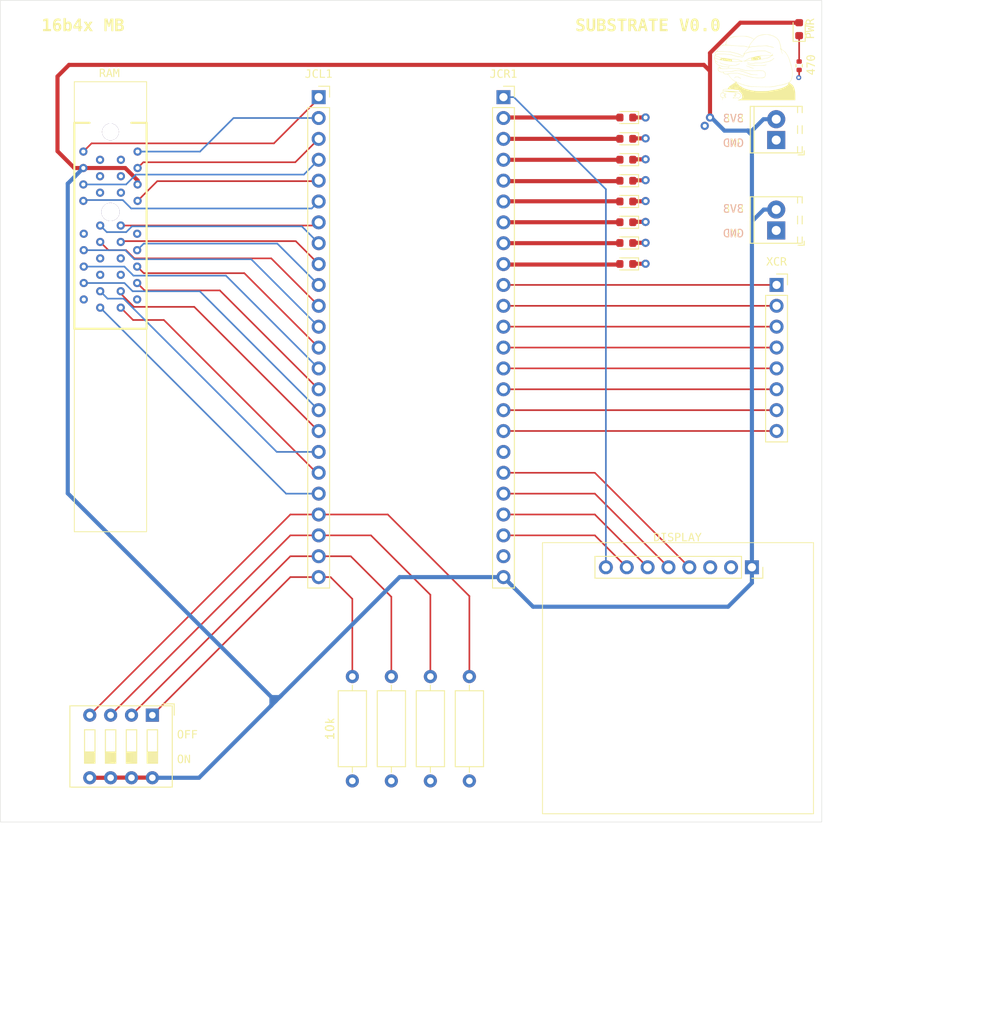
<source format=kicad_pcb>
(kicad_pcb (version 20240108) (generator "pcbnew") (generator_version "8.0")
  (layers (0 "F.Cu" signal) (1 "In1.Cu" signal) (2 "In2.Cu" signal) (31 "B.Cu" signal) (34 "B.Paste" user) (35 "F.Paste" user) (36 "B.SilkS" user "B.Silkscreen") (37 "F.SilkS" user "F.Silkscreen") (38 "B.Mask" user) (39 "F.Mask" user) (44 "Edge.Cuts" user))
  (net 0 "")
  (net 1 "/L0")
  (net 2 "GND")
  (net 3 "/L1")
  (net 4 "/L2")
  (net 5 "/L3")
  (net 6 "/L4")
  (net 7 "/L5")
  (net 8 "/L6")
  (net 9 "/L7")
  (net 10 "Net-(DP1-K)")
  (net 11 "VCC")
  (net 12 "/SCREEN_DIN")
  (net 13 "/SCREEN_RES")
  (net 15 "/SCREEN_CLK")
  (net 16 "/SCREEN_CS")
  (net 17 "/SCREEN_DC")
  (net 18 "/XCR_0")
  (net 19 "/XCR_7")
  (net 20 "/XCR_1")
  (net 21 "/XCR_5")
  (net 22 "/XCR_6")
  (net 23 "/XCR_3")
  (net 24 "/XCR_2")
  (net 25 "/XCR_4")
  (net 26 "/W15")
  (net 27 "/nCS")
  (net 28 "/W6")
  (net 29 "/W8")
  (net 30 "/W10")
  (net 31 "/W0")
  (net 32 "/W3")
  (net 33 "/W13")
  (net 34 "/W9")
  (net 35 "/ADR_LOAD")
  (net 36 "/W14")
  (net 37 "/nWE")
  (net 38 "/W2")
  (net 39 "/W11")
  (net 40 "/W12")
  (net 41 "/W1")
  (net 42 "/nOE")
  (net 43 "/W7")
  (net 44 "/W5")
  (net 45 "/W4")
  (net 46 "/S2")
  (net 47 "/S0")
  (net 48 "/S3")
  (net 49 "/S1")
  (net 50 "/5V0")
  (footprint "Resistor_THT:R_Axial_DIN0309_L9.0mm_D3.2mm_P12.70mm_Horizontal" (layer "F.Cu") (at 69.1 107 90)
    (property "Reference" "R5" (hide yes))
    (property "Value" "10k" (hide yes))
    (pad "1" thru_hole circle (at 0 0 90) (size 1.6 1.6) (drill 0.8) (layers "*.Cu" "*.Mask") (net 2 "GND"))
    (pad "2" thru_hole oval (at 12.7 0 90) (size 1.6 1.6) (drill 0.8) (layers "*.Cu" "*.Mask") (net 47 "/S0"))
  )
  (footprint "LED_SMD:LED_0603_1608Metric" (layer "F.Cu") (at 88.2125 36.475 180)
    (property "Reference" "D4" (hide yes))
    (property "Value" "WHITE" (hide yes))
    (pad "1" smd roundrect (at -0.7875 0 180) (size 0.875 0.95) (layers "F.Cu" "F.Paste" "F.Mask") (net 2 "GND"))
    (pad "2" smd roundrect (at 0.7875 0 180) (size 0.875 0.95) (layers "F.Cu" "F.Paste" "F.Mask") (net 6 "/L4"))
  )
  (footprint "Connector_PinSocket_2.54mm:PinSocket_1x08_P2.54mm_Vertical" (layer "F.Cu") (at 103.5 81 -90)
    (property "Reference" "J3" (hide yes))
    (property "Value" "Conn_01x08")
    (pad "1" thru_hole rect (at 0 0 270) (size 1.7 1.7) (drill 1) (layers "*.Cu" "*.Mask") (net 11 "VCC"))
    (pad "2" thru_hole oval (at 0 2.54 270) (size 1.7 1.7) (drill 1) (layers "*.Cu" "*.Mask") (net 2 "GND"))
    (pad "3" thru_hole oval (at 0 5.08 270) (size 1.7 1.7) (drill 1) (layers "*.Cu" "*.Mask"))
    (pad "4" thru_hole oval (at 0 7.62 270) (size 1.7 1.7) (drill 1) (layers "*.Cu" "*.Mask") (net 12 "/SCREEN_DIN"))
    (pad "5" thru_hole oval (at 0 10.16 270) (size 1.7 1.7) (drill 1) (layers "*.Cu" "*.Mask") (net 15 "/SCREEN_CLK"))
    (pad "6" thru_hole oval (at 0 12.7 270) (size 1.7 1.7) (drill 1) (layers "*.Cu" "*.Mask") (net 16 "/SCREEN_CS"))
    (pad "7" thru_hole oval (at 0 15.24 270) (size 1.7 1.7) (drill 1) (layers "*.Cu" "*.Mask") (net 17 "/SCREEN_DC"))
    (pad "8" thru_hole oval (at 0 17.78 270) (size 1.7 1.7) (drill 1) (layers "*.Cu" "*.Mask") (net 13 "/SCREEN_RES"))
  )
  (footprint "LED_SMD:LED_0603_1608Metric" (layer "F.Cu") (at 88.2125 26.255 180)
    (property "Reference" "D0" (hide yes))
    (property "Value" "WHITE" (hide yes))
    (pad "1" smd roundrect (at -0.7875 0 180) (size 0.875 0.95) (layers "F.Cu" "F.Paste" "F.Mask") (net 2 "GND"))
    (pad "2" smd roundrect (at 0.7875 0 180) (size 0.875 0.95) (layers "F.Cu" "F.Paste" "F.Mask") (net 1 "/L0"))
  )
  (footprint "LED_SMD:LED_0603_1608Metric" (layer "F.Cu") (at 88.2125 31.385 180)
    (property "Reference" "D2" (hide yes))
    (property "Value" "WHITE" (hide yes))
    (pad "1" smd roundrect (at -0.7875 0 180) (size 0.875 0.95) (layers "F.Cu" "F.Paste" "F.Mask") (net 2 "GND"))
    (pad "2" smd roundrect (at 0.7875 0 180) (size 0.875 0.95) (layers "F.Cu" "F.Paste" "F.Mask") (net 4 "/L2"))
  )
  (footprint "TerminalBlock_Phoenix:TerminalBlock_Phoenix_MPT-0,5-2-2.54_1x02_P2.54mm_Horizontal" (layer "F.Cu") (at 106.46 29 90)
    (property "Reference" "J1" (hide yes))
    (property "Value" "Screw_Terminal_01x02" (hide yes))
    (pad "" np_thru_hole circle (at 0 2.54 90) (size 1.1 1.1) (drill 1.1) (layers "*.Cu" "*.Mask"))
    (pad "" np_thru_hole circle (at 2.54 2.54 90) (size 1.1 1.1) (drill 1.1) (layers "*.Cu" "*.Mask"))
    (pad "1" thru_hole rect (at 0 0 90) (size 2.2 2.2) (drill 1.1) (layers "*.Cu" "*.Mask") (net 2 "GND"))
    (pad "2" thru_hole circle (at 2.54 0 90) (size 2.2 2.2) (drill 1.1) (layers "*.Cu" "*.Mask") (net 11 "VCC"))
  )
  (footprint "LED_SMD:LED_0603_1608Metric" (layer "F.Cu") (at 88.2125 39 180)
    (property "Reference" "D5" (hide yes))
    (property "Value" "WHITE" (hide yes))
    (pad "1" smd roundrect (at -0.7875 0 180) (size 0.875 0.95) (layers "F.Cu" "F.Paste" "F.Mask") (net 2 "GND"))
    (pad "2" smd roundrect (at 0.7875 0 180) (size 0.875 0.95) (layers "F.Cu" "F.Paste" "F.Mask") (net 7 "/L5"))
  )
  (footprint "Resistor_THT:R_Axial_DIN0309_L9.0mm_D3.2mm_P12.70mm_Horizontal" (layer "F.Cu") (at 64.35 107 90)
    (property "Reference" "R4" (hide yes))
    (property "Value" "10k" (hide yes))
    (pad "1" thru_hole circle (at 0 0 90) (size 1.6 1.6) (drill 0.8) (layers "*.Cu" "*.Mask") (net 2 "GND"))
    (pad "2" thru_hole oval (at 12.7 0 90) (size 1.6 1.6) (drill 0.8) (layers "*.Cu" "*.Mask") (net 49 "/S1"))
  )
  (footprint "LED_SMD:LED_0603_1608Metric" (layer "F.Cu") (at 88.2125 44.075 180)
    (property "Reference" "D7" (hide yes))
    (property "Value" "WHITE" (hide yes))
    (pad "1" smd roundrect (at -0.7875 0 180) (size 0.875 0.95) (layers "F.Cu" "F.Paste" "F.Mask") (net 2 "GND"))
    (pad "2" smd roundrect (at 0.7875 0 180) (size 0.875 0.95) (layers "F.Cu" "F.Paste" "F.Mask") (net 9 "/L7"))
  )
  (footprint "Resistor_SMD:R_0402_1005Metric" (layer "F.Cu") (at 109.25 19.95 90)
    (property "Reference" "470" (at 0.1 1.5 270) (layer "F.SilkS"))
    (property "Value" "470")
    (pad "1" smd roundrect (at -0.51 0 90) (size 0.54 0.64) (layers "F.Cu" "F.Paste" "F.Mask") (net 2 "GND"))
    (pad "2" smd roundrect (at 0.51 0 90) (size 0.54 0.64) (layers "F.Cu" "F.Paste" "F.Mask") (net 10 "Net-(DP1-K)"))
  )
  (footprint "LED_SMD:LED_0603_1608Metric" (layer "F.Cu") (at 109.25 15.5 90)
    (property "Reference" "PWR" (at 0.05 1.4 270) (layer "F.SilkS"))
    (property "Value" "GREEN")
    (pad "1" smd roundrect (at -0.7875 0 90) (size 0.875 0.95) (layers "F.Cu" "F.Paste" "F.Mask") (net 10 "Net-(DP1-K)"))
    (pad "2" smd roundrect (at 0.7875 0 90) (size 0.875 0.95) (layers "F.Cu" "F.Paste" "F.Mask") (net 11 "VCC"))
  )
  (footprint "Connector_PinSocket_2.54mm:PinSocket_1x24_P2.54mm_Vertical" (layer "F.Cu") (at 73.25 23.775)
    (property "Reference" "JCR1" (at 0 -2.77 0) (layer "F.SilkS"))
    (property "Value" "Conn_01x24")
    (pad "1" thru_hole rect (at 0 0) (size 1.7 1.7) (drill 1) (layers "*.Cu" "*.Mask") (net 13 "/SCREEN_RES"))
    (pad "2" thru_hole oval (at 0 2.54) (size 1.7 1.7) (drill 1) (layers "*.Cu" "*.Mask") (net 1 "/L0"))
    (pad "3" thru_hole oval (at 0 5.08) (size 1.7 1.7) (drill 1) (layers "*.Cu" "*.Mask") (net 3 "/L1"))
    (pad "4" thru_hole oval (at 0 7.62) (size 1.7 1.7) (drill 1) (layers "*.Cu" "*.Mask") (net 4 "/L2"))
    (pad "5" thru_hole oval (at 0 10.16) (size 1.7 1.7) (drill 1) (layers "*.Cu" "*.Mask") (net 5 "/L3"))
    (pad "6" thru_hole oval (at 0 12.7) (size 1.7 1.7) (drill 1) (layers "*.Cu" "*.Mask") (net 6 "/L4"))
    (pad "7" thru_hole oval (at 0 15.24) (size 1.7 1.7) (drill 1) (layers "*.Cu" "*.Mask") (net 7 "/L5"))
    (pad "8" thru_hole oval (at 0 17.78) (size 1.7 1.7) (drill 1) (layers "*.Cu" "*.Mask") (net 8 "/L6"))
    (pad "9" thru_hole oval (at 0 20.32) (size 1.7 1.7) (drill 1) (layers "*.Cu" "*.Mask") (net 9 "/L7"))
    (pad "10" thru_hole oval (at 0 22.86) (size 1.7 1.7) (drill 1) (layers "*.Cu" "*.Mask") (net 18 "/XCR_0"))
    (pad "11" thru_hole oval (at 0 25.4) (size 1.7 1.7) (drill 1) (layers "*.Cu" "*.Mask") (net 20 "/XCR_1"))
    (pad "12" thru_hole oval (at 0 27.94) (size 1.7 1.7) (drill 1) (layers "*.Cu" "*.Mask") (net 24 "/XCR_2"))
    (pad "13" thru_hole oval (at 0 30.48) (size 1.7 1.7) (drill 1) (layers "*.Cu" "*.Mask") (net 23 "/XCR_3"))
    (pad "14" thru_hole oval (at 0 33.02) (size 1.7 1.7) (drill 1) (layers "*.Cu" "*.Mask") (net 25 "/XCR_4"))
    (pad "15" thru_hole oval (at 0 35.56) (size 1.7 1.7) (drill 1) (layers "*.Cu" "*.Mask") (net 21 "/XCR_5"))
    (pad "16" thru_hole oval (at 0 38.1) (size 1.7 1.7) (drill 1) (layers "*.Cu" "*.Mask") (net 22 "/XCR_6"))
    (pad "17" thru_hole oval (at 0 40.64) (size 1.7 1.7) (drill 1) (layers "*.Cu" "*.Mask") (net 19 "/XCR_7"))
    (pad "18" thru_hole oval (at 0 43.18) (size 1.7 1.7) (drill 1) (layers "*.Cu" "*.Mask") (net 50 "/5V0"))
    (pad "19" thru_hole oval (at 0 45.72) (size 1.7 1.7) (drill 1) (layers "*.Cu" "*.Mask") (net 12 "/SCREEN_DIN"))
    (pad "20" thru_hole oval (at 0 48.26) (size 1.7 1.7) (drill 1) (layers "*.Cu" "*.Mask") (net 15 "/SCREEN_CLK"))
    (pad "21" thru_hole oval (at 0 50.8) (size 1.7 1.7) (drill 1) (layers "*.Cu" "*.Mask") (net 16 "/SCREEN_CS"))
    (pad "22" thru_hole oval (at 0 53.34) (size 1.7 1.7) (drill 1) (layers "*.Cu" "*.Mask") (net 17 "/SCREEN_DC"))
    (pad "23" thru_hole oval (at 0 55.88) (size 1.7 1.7) (drill 1) (layers "*.Cu" "*.Mask") (net 2 "GND"))
    (pad "24" thru_hole oval (at 0 58.42) (size 1.7 1.7) (drill 1) (layers "*.Cu" "*.Mask") (net 11 "VCC"))
  )
  (footprint "Connector_PinSocket_2.54mm:PinSocket_1x24_P2.54mm_Vertical" (layer "F.Cu") (at 50.75 23.775)
    (property "Reference" "JCL1" (at 0 -2.77 0) (layer "F.SilkS"))
    (property "Value" "Conn_01x24")
    (pad "1" thru_hole rect (at 0 0) (size 1.7 1.7) (drill 1) (layers "*.Cu" "*.Mask") (net 35 "/ADR_LOAD"))
    (pad "2" thru_hole oval (at 0 2.54) (size 1.7 1.7) (drill 1) (layers "*.Cu" "*.Mask") (net 37 "/nWE"))
    (pad "3" thru_hole oval (at 0 5.08) (size 1.7 1.7) (drill 1) (layers "*.Cu" "*.Mask") (net 27 "/nCS"))
    (pad "4" thru_hole oval (at 0 7.62) (size 1.7 1.7) (drill 1) (layers "*.Cu" "*.Mask") (net 42 "/nOE"))
    (pad "5" thru_hole oval (at 0 10.16) (size 1.7 1.7) (drill 1) (layers "*.Cu" "*.Mask") (net 26 "/W15"))
    (pad "6" thru_hole oval (at 0 12.7) (size 1.7 1.7) (drill 1) (layers "*.Cu" "*.Mask") (net 31 "/W0"))
    (pad "7" thru_hole oval (at 0 15.24) (size 1.7 1.7) (drill 1) (layers "*.Cu" "*.Mask") (net 36 "/W14"))
    (pad "8" thru_hole oval (at 0 17.78) (size 1.7 1.7) (drill 1) (layers "*.Cu" "*.Mask") (net 41 "/W1"))
    (pad "9" thru_hole oval (at 0 20.32) (size 1.7 1.7) (drill 1) (layers "*.Cu" "*.Mask") (net 33 "/W13"))
    (pad "10" thru_hole oval (at 0 22.86) (size 1.7 1.7) (drill 1) (layers "*.Cu" "*.Mask") (net 40 "/W12"))
    (pad "11" thru_hole oval (at 0 25.4) (size 1.7 1.7) (drill 1) (layers "*.Cu" "*.Mask") (net 38 "/W2"))
    (pad "12" thru_hole oval (at 0 27.94) (size 1.7 1.7) (drill 1) (layers "*.Cu" "*.Mask") (net 32 "/W3"))
    (pad "13" thru_hole oval (at 0 30.48) (size 1.7 1.7) (drill 1) (layers "*.Cu" "*.Mask") (net 39 "/W11"))
    (pad "14" thru_hole oval (at 0 33.02) (size 1.7 1.7) (drill 1) (layers "*.Cu" "*.Mask") (net 45 "/W4"))
    (pad "15" thru_hole oval (at 0 35.56) (size 1.7 1.7) (drill 1) (layers "*.Cu" "*.Mask") (net 30 "/W10"))
    (pad "16" thru_hole oval (at 0 38.1) (size 1.7 1.7) (drill 1) (layers "*.Cu" "*.Mask") (net 44 "/W5"))
    (pad "17" thru_hole oval (at 0 40.64) (size 1.7 1.7) (drill 1) (layers "*.Cu" "*.Mask") (net 34 "/W9"))
    (pad "18" thru_hole oval (at 0 43.18) (size 1.7 1.7) (drill 1) (layers "*.Cu" "*.Mask") (net 28 "/W6"))
    (pad "19" thru_hole oval (at 0 45.72) (size 1.7 1.7) (drill 1) (layers "*.Cu" "*.Mask") (net 29 "/W8"))
    (pad "20" thru_hole oval (at 0 48.26) (size 1.7 1.7) (drill 1) (layers "*.Cu" "*.Mask") (net 43 "/W7"))
    (pad "21" thru_hole oval (at 0 50.8) (size 1.7 1.7) (drill 1) (layers "*.Cu" "*.Mask") (net 47 "/S0"))
    (pad "22" thru_hole oval (at 0 53.34) (size 1.7 1.7) (drill 1) (layers "*.Cu" "*.Mask") (net 49 "/S1"))
    (pad "23" thru_hole oval (at 0 55.88) (size 1.7 1.7) (drill 1) (layers "*.Cu" "*.Mask") (net 46 "/S2"))
    (pad "24" thru_hole oval (at 0 58.42) (size 1.7 1.7) (drill 1) (layers "*.Cu" "*.Mask") (net 48 "/S3"))
  )
  (footprint "TerminalBlock_Phoenix:TerminalBlock_Phoenix_MPT-0,5-2-2.54_1x02_P2.54mm_Horizontal" (layer "F.Cu") (at 106.46 40 90)
    (property "Reference" "J2" (hide yes))
    (property "Value" "Screw_Terminal_01x02" (hide yes))
    (pad "" np_thru_hole circle (at 0 2.54 90) (size 1.1 1.1) (drill 1.1) (layers "*.Cu" "*.Mask"))
    (pad "" np_thru_hole circle (at 2.54 2.54 90) (size 1.1 1.1) (drill 1.1) (layers "*.Cu" "*.Mask"))
    (pad "1" thru_hole rect (at 0 0 90) (size 2.2 2.2) (drill 1.1) (layers "*.Cu" "*.Mask") (net 2 "GND"))
    (pad "2" thru_hole circle (at 2.54 0 90) (size 2.2 2.2) (drill 1.1) (layers "*.Cu" "*.Mask") (net 11 "VCC"))
  )
  (footprint "LED_SMD:LED_0603_1608Metric" (layer "F.Cu") (at 88.2125 28.845 180)
    (property "Reference" "D1" (hide yes))
    (property "Value" "WHITE" (hide yes))
    (pad "1" smd roundrect (at -0.7875 0 180) (size 0.875 0.95) (layers "F.Cu" "F.Paste" "F.Mask") (net 2 "GND"))
    (pad "2" smd roundrect (at 0.7875 0 180) (size 0.875 0.95) (layers "F.Cu" "F.Paste" "F.Mask") (net 3 "/L1"))
  )
  (footprint "LED_SMD:LED_0603_1608Metric" (layer "F.Cu") (at 88.2125 41.525 180)
    (property "Reference" "D6" (hide yes))
    (property "Value" "WHITE" (hide yes))
    (pad "1" smd roundrect (at -0.7875 0 180) (size 0.875 0.95) (layers "F.Cu" "F.Paste" "F.Mask") (net 2 "GND"))
    (pad "2" smd roundrect (at 0.7875 0 180) (size 0.875 0.95) (layers "F.Cu" "F.Paste" "F.Mask") (net 8 "/L6"))
  )
  (footprint "Connector_PinSocket_2.54mm:PinSocket_1x08_P2.54mm_Vertical" (layer "F.Cu") (at 106.5 46.63)
    (property "Reference" "XCR" (at 0 -2.77 0) (layer "F.SilkS"))
    (property "Value" "Conn_01x08")
    (pad "1" thru_hole rect (at 0 0) (size 1.7 1.7) (drill 1) (layers "*.Cu" "*.Mask") (net 18 "/XCR_0"))
    (pad "2" thru_hole oval (at 0 2.54) (size 1.7 1.7) (drill 1) (layers "*.Cu" "*.Mask") (net 20 "/XCR_1"))
    (pad "3" thru_hole oval (at 0 5.08) (size 1.7 1.7) (drill 1) (layers "*.Cu" "*.Mask") (net 24 "/XCR_2"))
    (pad "4" thru_hole oval (at 0 7.62) (size 1.7 1.7) (drill 1) (layers "*.Cu" "*.Mask") (net 23 "/XCR_3"))
    (pad "5" thru_hole oval (at 0 10.16) (size 1.7 1.7) (drill 1) (layers "*.Cu" "*.Mask") (net 25 "/XCR_4"))
    (pad "6" thru_hole oval (at 0 12.7) (size 1.7 1.7) (drill 1) (layers "*.Cu" "*.Mask") (net 21 "/XCR_5"))
    (pad "7" thru_hole oval (at 0 15.24) (size 1.7 1.7) (drill 1) (layers "*.Cu" "*.Mask") (net 22 "/XCR_6"))
    (pad "8" thru_hole oval (at 0 17.78) (size 1.7 1.7) (drill 1) (layers "*.Cu" "*.Mask") (net 19 "/XCR_7"))
  )
  (footprint "lib:CONN-TH_X3183WV-36B1-46V15" (layer "F.Cu") (at 25.4 39.9 90)
    (property "Reference" "J6" (hide yes))
    (property "Value" "RAM" (hide yes))
    (pad "" thru_hole circle (at 2.15 0 90) (size 2.2 2.2) (drill 2.2) (layers "*.Cu" "*.Mask"))
    (pad "" thru_hole circle (at 11.9 0 90) (size 2.03 2.03) (drill 2.03) (layers "*.Cu" "*.Mask"))
    (pad "A1" thru_hole circle (at -9.5 -1.25 90) (size 1 1) (drill 0.500024) (layers "*.Cu" "*.Mask") (net 43 "/W7"))
    (pad "A2" thru_hole circle (at -8.5 -3.25 90) (size 1 1) (drill 0.500024) (layers "*.Cu" "*.Mask") (net 2 "GND"))
    (pad "A3" thru_hole circle (at -7.5 -1.25 90) (size 1 1) (drill 0.500024) (layers "*.Cu" "*.Mask") (net 28 "/W6"))
    (pad "A4" thru_hole circle (at -6.5 -3.25 90) (size 1 1) (drill 0.500024) (layers "*.Cu" "*.Mask") (net 44 "/W5"))
    (pad "A5" thru_hole circle (at -5.5 -1.25 90) (size 1 1) (drill 0.500024) (layers "*.Cu" "*.Mask") (net 2 "GND"))
    (pad "A6" thru_hole circle (at -4.5 -3.25 90) (size 1 1) (drill 0.500024) (layers "*.Cu" "*.Mask") (net 45 "/W4"))
    (pad "A7" thru_hole circle (at -3.5 -1.25 90) (size 1 1) (drill 0.500024) (layers "*.Cu" "*.Mask") (net 2 "GND"))
    (pad "A8" thru_hole circle (at -2.5 -3.25 90) (size 1 1) (drill 0.500024) (layers "*.Cu" "*.Mask") (net 32 "/W3"))
    (pad "A9" thru_hole circle (at -1.5 -1.25 90) (size 1 1) (drill 0.500024) (layers "*.Cu" "*.Mask") (net 38 "/W2"))
    (pad "A10" thru_hole circle (at -0.5 -3.25 90) (size 1 1) (drill 0.500024) (layers "*.Cu" "*.Mask") (net 2 "GND"))
    (pad "A11" thru_hole circle (at 0.5 -1.25 90) (size 1 1) (drill 0.500024) (layers "*.Cu" "*.Mask") (net 41 "/W1"))
    (pad "A12" thru_hole circle (at 3.5 -3.3 90) (size 1 1) (drill 0.500024) (layers "*.Cu" "*.Mask") (net 31 "/W0"))
    (pad "A13" thru_hole circle (at 4.5 -1.27 90) (size 1 1) (drill 0.500024) (layers "*.Cu" "*.Mask") (net 2 "GND"))
    (pad "A14" thru_hole circle (at 5.5 -3.3 90) (size 1 1) (drill 0.500024) (layers "*.Cu" "*.Mask") (net 42 "/nOE"))
    (pad "A15" thru_hole circle (at 6.5 -1.27 90) (size 1 1) (drill 0.500024) (layers "*.Cu" "*.Mask") (net 2 "GND"))
    (pad "A16" thru_hole circle (at 7.5 -3.3 90) (size 1 1) (drill 0.500024) (layers "*.Cu" "*.Mask") (net 11 "VCC"))
    (pad "A17" thru_hole circle (at 8.5 -1.27 90) (size 1 1) (drill 0.500024) (layers "*.Cu" "*.Mask") (net 2 "GND"))
    (pad "A18" thru_hole circle (at 9.5 -3.3 90) (size 1 1) (drill 0.500024) (layers "*.Cu" "*.Mask") (net 35 "/ADR_LOAD"))
    (pad "B1" thru_hole circle (at -9.5 1.25 90) (size 1 1) (drill 0.500024) (layers "*.Cu" "*.Mask") (net 29 "/W8"))
    (pad "B2" thru_hole circle (at -8.5 3.25 90) (size 1 1) (drill 0.500024) (layers "*.Cu" "*.Mask") (net 2 "GND"))
    (pad "B3" thru_hole circle (at -7.5 1.25 90) (size 1 1) (drill 0.500024) (layers "*.Cu" "*.Mask") (net 34 "/W9"))
    (pad "B4" thru_hole circle (at -6.5 3.25 90) (size 1 1) (drill 0.500024) (layers "*.Cu" "*.Mask") (net 30 "/W10"))
    (pad "B5" thru_hole circle (at -5.5 1.25 90) (size 1 1) (drill 0.500024) (layers "*.Cu" "*.Mask") (net 2 "GND"))
    (pad "B6" thru_hole circle (at -4.5 3.25 90) (size 1 1) (drill 0.500024) (layers "*.Cu" "*.Mask") (net 39 "/W11"))
    (pad "B7" thru_hole circle (at -3.5 1.25 90) (size 1 1) (drill 0.500024) (layers "*.Cu" "*.Mask") (net 2 "GND"))
    (pad "B8" thru_hole circle (at -2.5 3.25 90) (size 1 1) (drill 0.500024) (layers "*.Cu" "*.Mask") (net 40 "/W12"))
    (pad "B9" thru_hole circle (at -1.5 1.25 90) (size 1 1) (drill 0.500024) (layers "*.Cu" "*.Mask") (net 33 "/W13"))
    (pad "B10" thru_hole circle (at -0.5 3.25 90) (size 1 1) (drill 0.500024) (layers "*.Cu" "*.Mask") (net 2 "GND"))
    (pad "B11" thru_hole circle (at 0.5 1.25 90) (size 1 1) (drill 0.500024) (layers "*.Cu" "*.Mask") (net 36 "/W14"))
    (pad "B12" thru_hole circle (at 3.5 3.3 90) (size 1 1) (drill 0.500024) (layers "*.Cu" "*.Mask") (net 26 "/W15"))
    (pad "B13" thru_hole circle (at 4.5 1.27 90) (size 1 1) (drill 0.500024) (layers "*.Cu" "*.Mask") (net 2 "GND"))
    (pad "B14" thru_hole circle (at 5.5 3.3 90) (size 1 1) (drill 0.500024) (layers "*.Cu" "*.Mask") (net 11 "VCC"))
    (pad "B15" thru_hole circle (at 6.5 1.27 90) (size 1 1) (drill 0.500024) (layers "*.Cu" "*.Mask") (net 2 "GND"))
    (pad "B16" thru_hole circle (at 7.5 3.3 90) (size 1 1) (drill 0.500024) (layers "*.Cu" "*.Mask") (net 27 "/nCS"))
    (pad "B17" thru_hole circle (at 8.5 1.27 90) (size 1 1) (drill 0.500024) (layers "*.Cu" "*.Mask") (net 2 "GND"))
    (pad "B18" thru_hole circle (at 9.5 3.3 90) (size 1 1) (drill 0.500024) (layers "*.Cu" "*.Mask") (net 37 "/nWE"))
  )
  (footprint "Resistor_THT:R_Axial_DIN0309_L9.0mm_D3.2mm_P12.70mm_Horizontal" (layer "F.Cu") (at 59.6 107 90)
    (property "Reference" "R3" (hide yes))
    (property "Value" "10k" (hide yes))
    (pad "1" thru_hole circle (at 0 0 90) (size 1.6 1.6) (drill 0.8) (layers "*.Cu" "*.Mask") (net 2 "GND"))
    (pad "2" thru_hole oval (at 12.7 0 90) (size 1.6 1.6) (drill 0.8) (layers "*.Cu" "*.Mask") (net 46 "/S2"))
  )
  (footprint "LED_SMD:LED_0603_1608Metric" (layer "F.Cu") (at 88.2125 33.95 180)
    (property "Reference" "D3" (hide yes))
    (property "Value" "WHITE" (hide yes))
    (pad "1" smd roundrect (at -0.7875 0 180) (size 0.875 0.95) (layers "F.Cu" "F.Paste" "F.Mask") (net 2 "GND"))
    (pad "2" smd roundrect (at 0.7875 0 180) (size 0.875 0.95) (layers "F.Cu" "F.Paste" "F.Mask") (net 5 "/L3"))
  )
  (footprint "Resistor_THT:R_Axial_DIN0309_L9.0mm_D3.2mm_P12.70mm_Horizontal" (layer "F.Cu") (at 54.85 107 90)
    (property "Reference" "10k" (at 6.35 -2.72 270) (layer "F.SilkS"))
    (property "Value" "10k")
    (pad "1" thru_hole circle (at 0 0 90) (size 1.6 1.6) (drill 0.8) (layers "*.Cu" "*.Mask") (net 2 "GND"))
    (pad "2" thru_hole oval (at 12.7 0 90) (size 1.6 1.6) (drill 0.8) (layers "*.Cu" "*.Mask") (net 48 "/S3"))
  )
  (footprint "LOGO" (layer "F.Cu") (at 103.77199 20.048448)
    (property "Reference" "G***" (hide yes))
    (property "Value" "LOGO" (hide yes))
  )
  (footprint "Button_Switch_THT:SW_DIP_SPSTx04_Slide_9.78x12.34mm_W7.62mm_P2.54mm" (layer "F.Cu") (at 30.5 99 -90)
    (property "Reference" "SW1" (hide yes))
    (property "Value" "SW_DIP_x04")
    (pad "1" thru_hole rect (at 0 0 270) (size 1.6 1.6) (drill 0.8) (layers "*.Cu" "*.Mask") (net 48 "/S3"))
    (pad "2" thru_hole oval (at 0 2.54 270) (size 1.6 1.6) (drill 0.8) (layers "*.Cu" "*.Mask") (net 46 "/S2"))
    (pad "3" thru_hole oval (at 0 5.08 270) (size 1.6 1.6) (drill 0.8) (layers "*.Cu" "*.Mask") (net 49 "/S1"))
    (pad "4" thru_hole oval (at 0 7.62 270) (size 1.6 1.6) (drill 0.8) (layers "*.Cu" "*.Mask") (net 47 "/S0"))
    (pad "5" thru_hole oval (at 7.62 7.62 270) (size 1.6 1.6) (drill 0.8) (layers "*.Cu" "*.Mask") (net 11 "VCC"))
    (pad "6" thru_hole oval (at 7.62 5.08 270) (size 1.6 1.6) (drill 0.8) (layers "*.Cu" "*.Mask") (net 11 "VCC"))
    (pad "7" thru_hole oval (at 7.62 2.54 270) (size 1.6 1.6) (drill 0.8) (layers "*.Cu" "*.Mask") (net 11 "VCC"))
    (pad "8" thru_hole oval (at 7.62 0 270) (size 1.6 1.6) (drill 0.8) (layers "*.Cu" "*.Mask") (net 11 "VCC"))
  )
  (gr_line (start 29.8 26.9) (end 29.8 21.9) (stroke (width 0.1)) (layer "F.SilkS"))
  (gr_line (start 21 76.67) (end 29.8 76.67) (stroke (width 0.1)) (layer "F.SilkS"))
  (gr_line (start 21 26.9) (end 21 21.9) (stroke (width 0.1)) (layer "F.SilkS"))
  (gr_line (start 21 51.97) (end 21 76.67) (stroke (width 0.1)) (layer "F.SilkS"))
  (gr_line (start 21 21.9) (end 29.8 21.9) (stroke (width 0.1)) (layer "F.SilkS"))
  (gr_rect (start 78 78) (end 111 111) (stroke (width 0.1)) (fill none) (layer "F.SilkS"))
  (gr_line (start 29.8 51.9) (end 29.8 76.6) (stroke (width 0.1)) (layer "F.SilkS"))
  (gr_rect (start 12 12) (end 112 112) (stroke (width 0.05)) (fill none) (layer "Edge.Cuts"))
  (gr_text "GND" (at 102.5 41 0) (layer "B.SilkS") (effects (font (size 1 1) (thickness 0.1)) (justify left bottom mirror)))
  (gr_text "GND" (at 102.5 30 0) (layer "B.SilkS") (effects (font (size 1 1) (thickness 0.1)) (justify left bottom mirror)))
  (gr_text "3V3" (at 102.5 38 0) (layer "B.SilkS") (effects (font (size 1 1) (thickness 0.1)) (justify left bottom mirror)))
  (gr_text "3V3" (at 102.5 27 0) (layer "B.SilkS") (effects (font (size 1 1) (thickness 0.1)) (justify left bottom mirror)))
  (gr_text "16b4x MB" (at 17 16 0) (layer "F.SilkS") (effects (font (size 1.5 1.5) (thickness 0.3) (bold yes)) (justify left bottom)))
  (gr_text "3V3" (at 100 27 0) (layer "F.SilkS") (effects (font (size 1 1) (thickness 0.1)) (justify left bottom)))
  (gr_text "ON" (at 33.5 105 0) (layer "F.SilkS") (effects (font (size 1 1) (thickness 0.1)) (justify left bottom)))
  (gr_text "DISPLAY\n" (at 91.5 78 0) (layer "F.SilkS") (effects (font (size 1 1) (thickness 0.1)) (justify left bottom)))
  (gr_text "GND" (at 100 30 0) (layer "F.SilkS") (effects (font (size 1 1) (thickness 0.1)) (justify left bottom)))
  (gr_text "GND" (at 100 41 0) (layer "F.SilkS") (effects (font (size 1 1) (thickness 0.1)) (justify left bottom)))
  (gr_text "3V3" (at 100 38 0) (layer "F.SilkS") (effects (font (size 1 1) (thickness 0.1)) (justify left bottom)))
  (gr_text "OFF" (at 33.5 102 0) (layer "F.SilkS") (effects (font (size 1 1) (thickness 0.1)) (justify left bottom)))
  (gr_text "RAM" (at 24 21.5 0) (layer "F.SilkS") (effects (font (size 1 1) (thickness 0.1)) (justify left bottom)))
  (gr_text "SUBSTRATE V0.0" (at 82 16 0) (layer "F.SilkS") (effects (font (size 1.5 1.5) (thickness 0.3) (bold yes)) (justify left bottom)))
  (segment (start 73.31 26.255) (end 73.25 26.315) (width 0.2) (layer "F.Cu") (net 1))
  (segment (start 87.35 26.25) (end 73.235 26.25) (width 0.5) (layer "F.Cu") (net 1))
  (segment (start 90.595 28.8) (end 89.05 28.8) (width 0.5) (layer "F.Cu") (net 2))
  (segment (start 89.005 26.25) (end 89 26.255) (width 0.2) (layer "F.Cu") (net 2))
  (segment (start 90.595 41.5) (end 89.05 41.5) (width 0.5) (layer "F.Cu") (net 2))
  (segment (start 109.25 21.35) (end 109.2 21.4) (width 0.2) (layer "F.Cu") (net 2))
  (segment (start 90.495 33.9) (end 88.95 33.9) (width 0.5) (layer "F.Cu") (net 2))
  (segment (start 90.55 26.25) (end 89.005 26.25) (width 0.5) (layer "F.Cu") (net 2))
  (segment (start 90.545 31.35) (end 89 31.35) (width 0.5) (layer "F.Cu") (net 2))
  (segment (start 109.25 20.51) (end 109.25 21.35) (width 0.2) (layer "F.Cu") (net 2))
  (segment (start 90.595 38.95) (end 89.05 38.95) (width 0.5) (layer "F.Cu") (net 2))
  (segment (start 90.595 44.05) (end 89.05 44.05) (width 0.5) (layer "F.Cu") (net 2))
  (segment (start 90.545 36.45) (end 89 36.45) (width 0.5) (layer "F.Cu") (net 2))
  (via (at 90.55 31.335714) (size 1) (drill 0.5) (layers "F.Cu" "B.Cu") (net 2))
  (via (at 90.55 28.792857) (size 1) (drill 0.5) (layers "F.Cu" "B.Cu") (net 2))
  (via (at 90.55 38.964285) (size 1) (drill 0.5) (layers "F.Cu" "B.Cu") (net 2))
  (via (at 97.756789 27.268058) (size 1) (drill 0.5) (layers "F.Cu" "B.Cu") (net 2))
  (via (at 90.55 26.25) (size 1) (drill 0.5) (layers "F.Cu" "B.Cu") (net 2))
  (via (at 90.55 44.05) (size 1) (drill 0.5) (layers "F.Cu" "B.Cu") (net 2))
  (via (at 90.55 36.421428) (size 1) (drill 0.5) (layers "F.Cu" "B.Cu") (net 2))
  (via (at 90.55 33.878571) (size 1) (drill 0.5) (layers "F.Cu" "B.Cu") (net 2))
  (via (at 109.2 21.4) (size 0.6) (drill 0.3) (layers "F.Cu" "B.Cu") (net 2))
  (via (at 90.55 41.507142) (size 1) (drill 0.5) (layers "F.Cu" "B.Cu") (net 2))
  (segment (start 87.4 28.85) (end 73.285 28.85) (width 0.5) (layer "F.Cu") (net 3))
  (segment (start 87.4 31.4) (end 73.285 31.4) (width 0.5) (layer "F.Cu") (net 4))
  (segment (start 73.26 31.385) (end 73.25 31.395) (width 0.2) (layer "F.Cu") (net 4))
  (segment (start 87.35 34) (end 73.235 34) (width 0.5) (layer "F.Cu") (net 5))
  (segment (start 87.35 36.45) (end 73.235 36.45) (width 0.5) (layer "F.Cu") (net 6))
  (segment (start 87.35 39) (end 73.235 39) (width 0.5) (layer "F.Cu") (net 7))
  (segment (start 73.28 41.525) (end 73.25 41.555) (width 0.2) (layer "F.Cu") (net 8))
  (segment (start 87.35 41.55) (end 73.235 41.55) (width 0.5) (layer "F.Cu") (net 8))
  (segment (start 87.35 44.15) (end 73.235 44.15) (width 0.5) (layer "F.Cu") (net 9))
  (segment (start 109.25 16.2875) (end 109.25 19.49) (width 0.2) (layer "F.Cu") (net 10))
  (segment (start 22.88 106.62) (end 25.42 106.62) (width 0.5) (layer "F.Cu") (net 11))
  (segment (start 97.65 19.85) (end 98.4 20.6) (width 0.5) (layer "F.Cu") (net 11))
  (segment (start 98.4 26.255) (end 98.4 20.6) (width 0.5) (layer "F.Cu") (net 11))
  (segment (start 21 32.4) (end 18.95 30.35) (width 0.5) (layer "F.Cu") (net 11))
  (segment (start 22.1 32.4) (end 21 32.4) (width 0.5) (layer "F.Cu") (net 11))
  (segment (start 28.7 33.9) (end 28.7 34.4) (width 0.5) (layer "F.Cu") (net 11))
  (segment (start 27.2 32.4) (end 28.7 33.9) (width 0.5) (layer "F.Cu") (net 11))
  (segment (start 25.4 106.6) (end 27.94 106.6) (width 0.5) (layer "F.Cu") (net 11))
  (segment (start 20.35 19.85) (end 97.65 19.85) (width 0.5) (layer "F.Cu") (net 11))
  (segment (start 98.4 18.4) (end 102.0875 14.7125) (width 0.5) (layer "F.Cu") (net 11))
  (segment (start 106.255 26.255) (end 106.46 26.46) (width 0.5) (layer "F.Cu") (net 11))
  (segment (start 27.2 32.4) (end 22.1 32.4) (width 0.5) (layer "F.Cu") (net 11))
  (segment (start 28 106.6) (end 30.54 106.6) (width 0.5) (layer "F.Cu") (net 11))
  (segment (start 18.95 21.25) (end 20.35 19.85) (width 0.5) (layer "F.Cu") (net 11))
  (segment (start 98.4 20.6) (end 98.4 18.4) (width 0.5) (layer "F.Cu") (net 11))
  (segment (start 102.0875 14.7125) (end 109.25 14.7125) (width 0.5) (layer "F.Cu") (net 11))
  (segment (start 18.95 30.35) (end 18.95 21.25) (width 0.5) (layer "F.Cu") (net 11))
  (via (at 98.4 26.255) (size 1) (drill 0.5) (layers "F.Cu" "B.Cu") (net 11))
  (segment (start 98.4 26.255) (end 98.555 26.255) (width 0.5) (layer "B.Cu") (net 11))
  (segment (start 103.5 82.9) (end 103.5 81) (width 0.5) (layer "B.Cu") (net 11))
  (segment (start 45 96.8) (end 45.5 97.3) (width 0.5) (layer "B.Cu") (net 11))
  (segment (start 45 96.8) (end 45 97.8) (width 0.5) (layer "B.Cu") (net 11))
  (segment (start 76.855 85.8) (end 100.6 85.8) (width 0.5) (layer "B.Cu") (net 11))
  (segment (start 103.45 27.85) (end 103 27.85) (width 0.5) (layer "B.Cu") (net 11))
  (segment (start 104.94 37.46) (end 106.46 37.46) (width 0.5) (layer "B.Cu") (net 11))
  (segment (start 103.5 28.4) (end 103.5 27.864366) (width 0.5) (layer "B.Cu") (net 11))
  (segment (start 46 96.8) (end 46.2 96.6) (width 0.5) (layer "B.Cu") (net 11))
  (segment (start 100.15 27.85) (end 103 27.85) (width 0.5) (layer "B.Cu") (net 11))
  (segment (start 103.5 81) (end 103.5 39.86) (width 0.5) (layer "B.Cu") (net 11))
  (segment (start 73.25 82.195) (end 76.855 85.8) (width 0.5) (layer "B.Cu") (net 11))
  (segment (start 103.5 39.86) (end 103.5 38.9) (width 0.5) (layer "B.Cu") (net 11))
  (segment (start 103 27.9) (end 103.5 28.4) (width 0.5) (layer "B.Cu") (net 11))
  (segment (start 45.5 97.3) (end 46.2 96.6) (width 0.5) (layer "B.Cu") (net 11))
  (segment (start 46.2 96.6) (end 60.605 82.195) (width 0.5) (layer "B.Cu") (net 11))
  (segment (start 100.6 85.8) (end 103.5 82.9) (width 0.5) (layer "B.Cu") (net 11))
  (segment (start 60.605 82.195) (end 73.25 82.195) (width 0.5) (layer "B.Cu") (net 11))
  (segment (start 103 27.85) (end 103 27.9) (width 0.5) (layer "B.Cu") (net 11))
  (segment (start 20.2 34.3) (end 20.2 72) (width 0.5) (layer "B.Cu") (net 11))
  (segment (start 30.5 106.62) (end 36.18 106.62) (width 0.5) (layer "B.Cu") (net 11))
  (segment (start 103.5 27.864366) (end 104.904366 26.46) (width 0.5) (layer "B.Cu") (net 11))
  (segment (start 103.5 39.86) (end 103.5 38.4) (width 0.5) (layer "B.Cu") (net 11))
  (segment (start 36.18 106.62) (end 44.9 97.9) (width 0.5) (layer "B.Cu") (net 11))
  (segment (start 104.904366 26.46) (end 106.46 26.46) (width 0.5) (layer "B.Cu") (net 11))
  (segment (start 103.5 38.4) (end 103.5 28.4) (width 0.5) (layer "B.Cu") (net 11))
  (segment (start 22.1 32.4) (end 20.2 34.3) (width 0.5) (layer "B.Cu") (net 11))
  (segment (start 45 96.8) (end 46 96.8) (width 0.5) (layer "B.Cu") (net 11))
  (segment (start 45 97.8) (end 44.9 97.9) (width 0.5) (layer "B.Cu") (net 11))
  (segment (start 98.555 26.255) (end 100.15 27.85) (width 0.5) (layer "B.Cu") (net 11))
  (segment (start 103.5 38.9) (end 104.94 37.46) (width 0.5) (layer "B.Cu") (net 11))
  (segment (start 20.2 72) (end 45 96.8) (width 0.5) (layer "B.Cu") (net 11))
  (segment (start 44.9 97.9) (end 45.5 97.3) (width 0.5) (layer "B.Cu") (net 11))
  (segment (start 84.375 69.495) (end 95.88 81) (width 0.2) (layer "F.Cu") (net 12))
  (segment (start 73.25 69.495) (end 84.375 69.495) (width 0.2) (layer "F.Cu") (net 12))
  (segment (start 74.5125 23.775) (end 73.25 23.775) (width 0.2) (layer "B.Cu") (net 13))
  (segment (start 85.72 34.9825) (end 74.5125 23.775) (width 0.2) (layer "B.Cu") (net 13))
  (segment (start 85.72 81) (end 85.72 34.9825) (width 0.2) (layer "B.Cu") (net 13))
  (segment (start 84.375 72.035) (end 93.34 81) (width 0.2) (layer "F.Cu") (net 15))
  (segment (start 73.25 72.035) (end 84.375 72.035) (width 0.2) (layer "F.Cu") (net 15))
  (segment (start 84.375 74.575) (end 90.8 81) (width 0.2) (layer "F.Cu") (net 16))
  (segment (start 73.25 74.575) (end 84.375 74.575) (width 0.2) (layer "F.Cu") (net 16))
  (segment (start 73.25 77.115) (end 84.375 77.115) (width 0.2) (layer "F.Cu") (net 17))
  (segment (start 84.375 77.115) (end 88.26 81) (width 0.2) (layer "F.Cu") (net 17))
  (segment (start 73.255 46.63) (end 73.25 46.635) (width 0.2) (layer "F.Cu") (net 18))
  (segment (start 106.5 46.63) (end 73.255 46.63) (width 0.2) (layer "F.Cu") (net 18))
  (segment (start 73.255 64.41) (end 73.25 64.415) (width 0.2) (layer "F.Cu") (net 19))
  (segment (start 106.5 64.41) (end 73.255 64.41) (width 0.2) (layer "F.Cu") (net 19))
  (segment (start 106.495 49.175) (end 106.5 49.17) (width 0.2) (layer "F.Cu") (net 20))
  (segment (start 73.25 49.175) (end 106.495 49.175) (width 0.2) (layer "F.Cu") (net 20))
  (segment (start 106.495 59.335) (end 106.5 59.33) (width 0.2) (layer "F.Cu") (net 21))
  (segment (start 73.25 59.335) (end 106.495 59.335) (width 0.2) (layer "F.Cu") (net 21))
  (segment (start 73.25 61.875) (end 106.495 61.875) (width 0.2) (layer "F.Cu") (net 22))
  (segment (start 106.495 61.875) (end 106.5 61.87) (width 0.2) (layer "F.Cu") (net 22))
  (segment (start 73.25 54.255) (end 106.495 54.255) (width 0.2) (layer "F.Cu") (net 23))
  (segment (start 106.495 54.255) (end 106.5 54.25) (width 0.2) (layer "F.Cu") (net 23))
  (segment (start 106.5 51.71) (end 73.255 51.71) (width 0.2) (layer "F.Cu") (net 24))
  (segment (start 73.255 51.71) (end 73.25 51.715) (width 0.2) (layer "F.Cu") (net 24))
  (segment (start 73.255 56.79) (end 73.25 56.795) (width 0.2) (layer "F.Cu") (net 25))
  (segment (start 106.5 56.79) (end 73.255 56.79) (width 0.2) (layer "F.Cu") (net 25))
  (segment (start 50.75 33.935) (end 50.685 34) (width 0.2) (layer "F.Cu") (net 26))
  (segment (start 31.1 34) (end 28.7 36.4) (width 0.2) (layer "F.Cu") (net 26))
  (segment (start 50.685 34) (end 31.1 34) (width 0.2) (layer "F.Cu") (net 26))
  (segment (start 50.75 28.855) (end 50.745 28.855) (width 0.2) (layer "F.Cu") (net 27))
  (segment (start 50.745 28.855) (end 47.9 31.7) (width 0.2) (layer "F.Cu") (net 27))
  (segment (start 47.9 31.7) (end 29.4 31.7) (width 0.2) (layer "F.Cu") (net 27))
  (segment (start 29.4 31.7) (end 28.7 32.4) (width 0.2) (layer "F.Cu") (net 27))
  (segment (start 50.75 66.955) (end 45.645685 66.955) (width 0.2) (layer "B.Cu") (net 28))
  (segment (start 25.05 48.3) (end 24.15 47.4) (width 0.2) (layer "B.Cu") (net 28))
  (segment (start 26.990685 48.3) (end 25.05 48.3) (width 0.2) (layer "B.Cu") (net 28))
  (segment (start 45.645685 66.955) (end 26.990685 48.3) (width 0.2) (layer "B.Cu") (net 28))
  (segment (start 50.495 69.495) (end 31.9 50.9) (width 0.2) (layer "F.Cu") (net 29))
  (segment (start 31.9 50.9) (end 28.15 50.9) (width 0.2) (layer "F.Cu") (net 29))
  (segment (start 28.15 50.9) (end 26.65 49.4) (width 0.2) (layer "F.Cu") (net 29))
  (segment (start 50.75 69.495) (end 50.495 69.495) (width 0.2) (layer "F.Cu") (net 29))
  (segment (start 38.715 47.3) (end 50.75 59.335) (width 0.2) (layer "F.Cu") (net 30))
  (segment (start 29.55 47.3) (end 38.715 47.3) (width 0.2) (layer "F.Cu") (net 30))
  (segment (start 28.65 46.4) (end 29.55 47.3) (width 0.2) (layer "F.Cu") (net 30))
  (segment (start 22.2 36.3) (end 22.1 36.4) (width 0.2) (layer "F.Cu") (net 31))
  (segment (start 22.2 36.3) (end 22.1 36.4) (width 0.2) (layer "B.Cu") (net 31))
  (segment (start 27.925 37.325) (end 26.9 36.3) (width 0.2) (layer "B.Cu") (net 31))
  (segment (start 49.9 37.325) (end 27.925 37.325) (width 0.2) (layer "B.Cu") (net 31))
  (segment (start 50.75 36.475) (end 49.9 37.325) (width 0.2) (layer "B.Cu") (net 31))
  (segment (start 26.9 36.3) (end 22.2 36.3) (width 0.2) (layer "B.Cu") (net 31))
  (segment (start 27.190685 42.4) (end 28.290685 43.5) (width 0.2) (layer "B.Cu") (net 32))
  (segment (start 42.535 43.5) (end 50.75 51.715) (width 0.2) (layer "B.Cu") (net 32))
  (segment (start 28.290685 43.5) (end 42.535 43.5) (width 0.2) (layer "B.Cu") (net 32))
  (segment (start 22.15 42.4) (end 27.190685 42.4) (width 0.2) (layer "B.Cu") (net 32))
  (segment (start 26.65 41.4) (end 26.75 41.3) (width 0.2) (layer "F.Cu") (net 33))
  (segment (start 47.955 41.3) (end 50.75 44.095) (width 0.2) (layer "F.Cu") (net 33))
  (segment (start 26.75 41.3) (end 47.955 41.3) (width 0.2) (layer "F.Cu") (net 33))
  (segment (start 50.75 64.415) (end 50.715 64.415) (width 0.2) (layer "F.Cu") (net 34))
  (segment (start 26.65 47.690685) (end 26.65 47.4) (width 0.2) (layer "F.Cu") (net 34))
  (segment (start 35.6 49.3) (end 28.259315 49.3) (width 0.2) (layer "F.Cu") (net 34))
  (segment (start 28.259315 49.3) (end 26.65 47.690685) (width 0.2) (layer "F.Cu") (net 34))
  (segment (start 50.715 64.415) (end 35.6 49.3) (width 0.2) (layer "F.Cu") (net 34))
  (segment (start 23.1 29.4) (end 22.1 30.4) (width 0.2) (layer "F.Cu") (net 35))
  (segment (start 50.75 23.95) (end 45.3 29.4) (width 0.2) (layer "F.Cu") (net 35))
  (segment (start 45.3 29.4) (end 23.1 29.4) (width 0.2) (layer "F.Cu") (net 35))
  (segment (start 50.75 23.775) (end 50.75 23.95) (width 0.2) (layer "F.Cu") (net 35))
  (segment (start 50.75 39.015) (end 50.365 39.4) (width 0.2) (layer "F.Cu") (net 36))
  (segment (start 50.365 39.4) (end 26.65 39.4) (width 0.2) (layer "F.Cu") (net 36))
  (segment (start 40.385 26.315) (end 50.75 26.315) (width 0.2) (layer "B.Cu") (net 37))
  (segment (start 36.3 30.4) (end 40.385 26.315) (width 0.2) (layer "B.Cu") (net 37))
  (segment (start 28.7 30.4) (end 36.3 30.4) (width 0.2) (layer "B.Cu") (net 37))
  (segment (start 28.3 43.4) (end 27.3 42.4) (width 0.2) (layer "F.Cu") (net 38))
  (segment (start 27.3 42.4) (end 25.15 42.4) (width 0.2) (layer "F.Cu") (net 38))
  (segment (start 44.975 43.4) (end 28.3 43.4) (width 0.2) (layer "F.Cu") (net 38))
  (segment (start 50.75 49.175) (end 44.975 43.4) (width 0.2) (layer "F.Cu") (net 38))
  (segment (start 25.15 42.4) (end 24.15 41.4) (width 0.2) (layer "F.Cu") (net 38))
  (segment (start 28.65 44.4) (end 29.45 45.2) (width 0.2) (layer "F.Cu") (net 39))
  (segment (start 29.45 45.2) (end 41.695 45.2) (width 0.2) (layer "F.Cu") (net 39))
  (segment (start 41.695 45.2) (end 50.75 54.255) (width 0.2) (layer "F.Cu") (net 39))
  (segment (start 28.65 42.4) (end 28.85 42.2) (width 0.2) (layer "F.Cu") (net 40))
  (segment (start 50.75 46.635) (end 45.715 41.6) (width 0.2) (layer "B.Cu") (net 40))
  (segment (start 45.715 41.6) (end 29.45 41.6) (width 0.2) (layer "B.Cu") (net 40))
  (segment (start 29.45 41.6) (end 28.65 42.4) (width 0.2) (layer "B.Cu") (net 40))
  (segment (start 24.95 40.2) (end 27.318629 40.2) (width 0.2) (layer "B.Cu") (net 41))
  (segment (start 24.15 39.4) (end 24.95 40.2) (width 0.2) (layer "B.Cu") (net 41))
  (segment (start 28.018629 39.5) (end 48.695 39.5) (width 0.2) (layer "B.Cu") (net 41))
  (segment (start 27.318629 40.2) (end 28.018629 39.5) (width 0.2) (layer "B.Cu") (net 41))
  (segment (start 48.695 39.5) (end 50.75 41.555) (width 0.2) (layer "B.Cu") (net 41))
  (segment (start 48.945 33.2) (end 50.75 31.395) (width 0.2) (layer "B.Cu") (net 42))
  (segment (start 27.3 34.4) (end 28.5 33.2) (width 0.2) (layer "B.Cu") (net 42))
  (segment (start 28.5 33.2) (end 48.945 33.2) (width 0.2) (layer "B.Cu") (net 42))
  (segment (start 22.1 34.4) (end 27.3 34.4) (width 0.2) (layer "B.Cu") (net 42))
  (segment (start 50.685 72.1) (end 50.75 72.035) (width 0.2) (layer "F.Cu") (net 43))
  (segment (start 50.75 72.035) (end 46.785 72.035) (width 0.2) (layer "B.Cu") (net 43))
  (segment (start 46.785 72.035) (end 24.15 49.4) (width 0.2) (layer "B.Cu") (net 43))
  (segment (start 28.1 47.4) (end 36.275 47.4) (width 0.2) (layer "B.Cu") (net 44))
  (segment (start 22.15 46.4) (end 27.1 46.4) (width 0.2) (layer "B.Cu") (net 44))
  (segment (start 27.1 46.4) (end 28.1 47.4) (width 0.2) (layer "B.Cu") (net 44))
  (segment (start 36.275 47.4) (end 50.75 61.875) (width 0.2) (layer "B.Cu") (net 44))
  (segment (start 22.35 44.6) (end 22.15 44.4) (width 0.2) (layer "F.Cu") (net 45))
  (segment (start 28.2 45.5) (end 39.455 45.5) (width 0.2) (layer "B.Cu") (net 45))
  (segment (start 22.15 44.4) (end 27.1 44.4) (width 0.2) (layer "B.Cu") (net 45))
  (segment (start 27.1 44.4) (end 28.2 45.5) (width 0.2) (layer "B.Cu") (net 45))
  (segment (start 39.455 45.5) (end 50.75 56.795) (width 0.2) (layer "B.Cu") (net 45))
  (segment (start 59.6 84.6) (end 59.6 94.3) (width 0.2) (layer "F.Cu") (net 46))
  (segment (start 47.305 79.655) (end 27.96 99) (width 0.2) (layer "F.Cu") (net 46))
  (segment (start 50.75 79.655) (end 47.305 79.655) (width 0.2) (layer "F.Cu") (net 46))
  (segment (start 54.655 79.655) (end 59.6 84.6) (width 0.2) (layer "F.Cu") (net 46))
  (segment (start 50.75 79.655) (end 54.655 79.655) (width 0.2) (layer "F.Cu") (net 46))
  (segment (start 47.305 74.575) (end 22.88 99) (width 0.2) (layer "F.Cu") (net 47))
  (segment (start 69.1 84.5125) (end 69.1 94.3) (width 0.2) (layer "F.Cu") (net 47))
  (segment (start 50.75 74.575) (end 47.305 74.575) (width 0.2) (layer "F.Cu") (net 47))
  (segment (start 50.75 74.575) (end 59.1625 74.575) (width 0.2) (layer "F.Cu") (net 47))
  (segment (start 59.1625 74.575) (end 69.1 84.5125) (width 0.2) (layer "F.Cu") (net 47))
  (segment (start 47.305 82.195) (end 30.5 99) (width 0.2) (layer "F.Cu") (net 48))
  (segment (start 52.195 82.195) (end 50.75 82.195) (width 0.2) (layer "F.Cu") (net 48))
  (segment (start 54.85 84.85) (end 52.195 82.195) (width 0.2) (layer "F.Cu") (net 48))
  (segment (start 54.85 94.3) (end 54.85 84.85) (width 0.2) (layer "F.Cu") (net 48))
  (segment (start 50.75 82.195) (end 47.305 82.195) (width 0.2) (layer "F.Cu") (net 48))
  (segment (start 47.305 77.115) (end 25.42 99) (width 0.2) (layer "F.Cu") (net 49))
  (segment (start 64.35 84.35) (end 64.35 94.3) (width 0.2) (layer "F.Cu") (net 49))
  (segment (start 50.75 77.115) (end 47.305 77.115) (width 0.2) (layer "F.Cu") (net 49))
  (segment (start 57.115 77.115) (end 64.35 84.35) (width 0.2) (layer "F.Cu") (net 49))
  (segment (start 50.75 77.115) (end 57.115 77.115) (width 0.2) (layer "F.Cu") (net 49))
)
</source>
